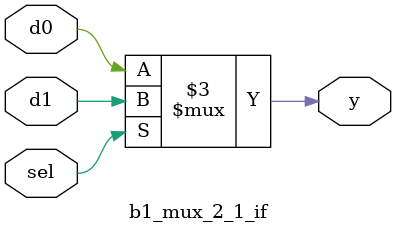
<source format=v>
`timescale 1ns / 1ps


module b1_mux_2_1_if(
    input d0,
    input d1,
    input sel,
    output reg y
    );
    
    always @ (*)
    begin
        if (sel)
        begin
            y = d1;
        end
        else
        begin
            y = d0;
        end
    end
endmodule

</source>
